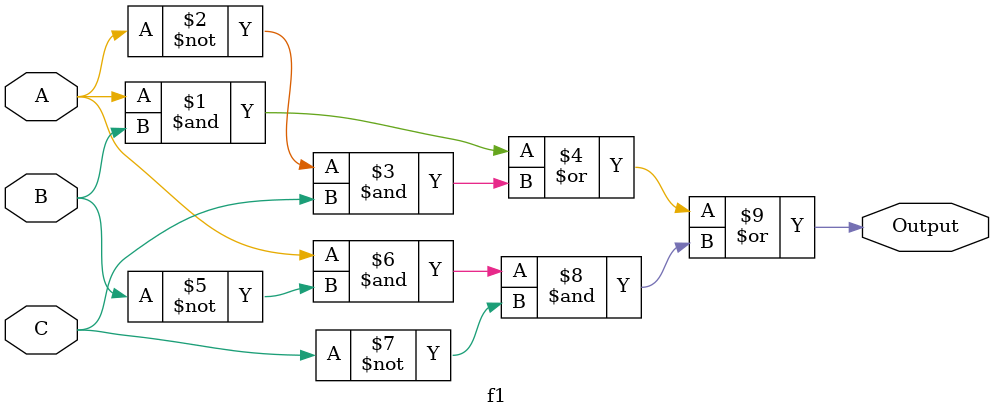
<source format=v>
`timescale 1ns / 1ps


module f1(
    input A,
    input B,
    input C,
    output Output
    );
    
    assign Output = (A & B) | (~A & C) | (A & ~B & ~C);
    
endmodule

</source>
